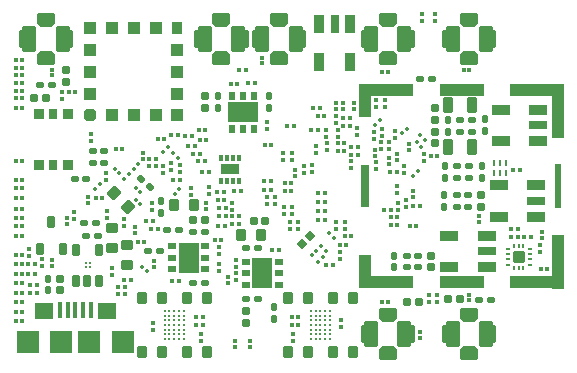
<source format=gtp>
G04*
G04 #@! TF.GenerationSoftware,Altium Limited,Altium Designer,19.1.6 (110)*
G04*
G04 Layer_Color=8421504*
%FSLAX44Y44*%
%MOMM*%
G71*
G01*
G75*
%ADD17R,0.3000X0.6000*%
%ADD18R,1.6000X0.9500*%
G04:AMPARAMS|DCode=19|XSize=1mm|YSize=1mm|CornerRadius=0.25mm|HoleSize=0mm|Usage=FLASHONLY|Rotation=270.000|XOffset=0mm|YOffset=0mm|HoleType=Round|Shape=RoundedRectangle|*
%AMROUNDEDRECTD19*
21,1,1.0000,0.5000,0,0,270.0*
21,1,0.5000,1.0000,0,0,270.0*
1,1,0.5000,-0.2500,-0.2500*
1,1,0.5000,-0.2500,0.2500*
1,1,0.5000,0.2500,0.2500*
1,1,0.5000,0.2500,-0.2500*
%
%ADD19ROUNDEDRECTD19*%
%ADD20R,1.0000X1.0000*%
%ADD21R,1.0000X1.0000*%
%ADD22R,0.9500X1.0000*%
%ADD23R,0.4000X1.4000*%
%ADD24R,1.9000X1.9000*%
%ADD25R,1.6000X1.4000*%
G04:AMPARAMS|DCode=26|XSize=0.6mm|YSize=1mm|CornerRadius=0.075mm|HoleSize=0mm|Usage=FLASHONLY|Rotation=0.000|XOffset=0mm|YOffset=0mm|HoleType=Round|Shape=RoundedRectangle|*
%AMROUNDEDRECTD26*
21,1,0.6000,0.8500,0,0,0.0*
21,1,0.4500,1.0000,0,0,0.0*
1,1,0.1500,0.2250,-0.4250*
1,1,0.1500,-0.2250,-0.4250*
1,1,0.1500,-0.2250,0.4250*
1,1,0.1500,0.2250,0.4250*
%
%ADD26ROUNDEDRECTD26*%
%ADD27C,0.2000*%
%ADD28R,1.0000X4.5500*%
%ADD29R,3.8000X1.0000*%
%ADD30R,4.5500X1.0000*%
%ADD31R,1.0000X2.5000*%
%ADD32R,0.8000X3.6000*%
%ADD33R,0.5000X3.8000*%
%ADD34R,0.9000X1.6500*%
%ADD35R,0.7600X1.6500*%
%ADD36R,1.7000X2.5000*%
%ADD37R,0.7000X0.5000*%
%ADD38R,0.3000X0.3100*%
G04:AMPARAMS|DCode=39|XSize=0.5mm|YSize=0.6mm|CornerRadius=0.05mm|HoleSize=0mm|Usage=FLASHONLY|Rotation=90.000|XOffset=0mm|YOffset=0mm|HoleType=Round|Shape=RoundedRectangle|*
%AMROUNDEDRECTD39*
21,1,0.5000,0.5000,0,0,90.0*
21,1,0.4000,0.6000,0,0,90.0*
1,1,0.1000,0.2500,0.2000*
1,1,0.1000,0.2500,-0.2000*
1,1,0.1000,-0.2500,-0.2000*
1,1,0.1000,-0.2500,0.2000*
%
%ADD39ROUNDEDRECTD39*%
%ADD40R,0.3500X0.3000*%
%ADD41R,0.9500X0.9500*%
%ADD42R,0.8000X0.9500*%
G04:AMPARAMS|DCode=43|XSize=1mm|YSize=1.55mm|CornerRadius=0.125mm|HoleSize=0mm|Usage=FLASHONLY|Rotation=90.000|XOffset=0mm|YOffset=0mm|HoleType=Round|Shape=RoundedRectangle|*
%AMROUNDEDRECTD43*
21,1,1.0000,1.3000,0,0,90.0*
21,1,0.7500,1.5500,0,0,90.0*
1,1,0.2500,0.6500,0.3750*
1,1,0.2500,0.6500,-0.3750*
1,1,0.2500,-0.6500,-0.3750*
1,1,0.2500,-0.6500,0.3750*
%
%ADD43ROUNDEDRECTD43*%
G04:AMPARAMS|DCode=44|XSize=1.2mm|YSize=1.6mm|CornerRadius=0.15mm|HoleSize=0mm|Usage=FLASHONLY|Rotation=180.000|XOffset=0mm|YOffset=0mm|HoleType=Round|Shape=RoundedRectangle|*
%AMROUNDEDRECTD44*
21,1,1.2000,1.3000,0,0,180.0*
21,1,0.9000,1.6000,0,0,180.0*
1,1,0.3000,-0.4500,0.6500*
1,1,0.3000,0.4500,0.6500*
1,1,0.3000,0.4500,-0.6500*
1,1,0.3000,-0.4500,-0.6500*
%
%ADD44ROUNDEDRECTD44*%
G04:AMPARAMS|DCode=45|XSize=1.2mm|YSize=1.2mm|CornerRadius=0.15mm|HoleSize=0mm|Usage=FLASHONLY|Rotation=0.000|XOffset=0mm|YOffset=0mm|HoleType=Round|Shape=RoundedRectangle|*
%AMROUNDEDRECTD45*
21,1,1.2000,0.9000,0,0,0.0*
21,1,0.9000,1.2000,0,0,0.0*
1,1,0.3000,0.4500,-0.4500*
1,1,0.3000,-0.4500,-0.4500*
1,1,0.3000,-0.4500,0.4500*
1,1,0.3000,0.4500,0.4500*
%
%ADD45ROUNDEDRECTD45*%
G04:AMPARAMS|DCode=46|XSize=1.2mm|YSize=2.15mm|CornerRadius=0.15mm|HoleSize=0mm|Usage=FLASHONLY|Rotation=180.000|XOffset=0mm|YOffset=0mm|HoleType=Round|Shape=RoundedRectangle|*
%AMROUNDEDRECTD46*
21,1,1.2000,1.8500,0,0,180.0*
21,1,0.9000,2.1500,0,0,180.0*
1,1,0.3000,-0.4500,0.9250*
1,1,0.3000,0.4500,0.9250*
1,1,0.3000,0.4500,-0.9250*
1,1,0.3000,-0.4500,-0.9250*
%
%ADD46ROUNDEDRECTD46*%
G04:AMPARAMS|DCode=47|XSize=0.6mm|YSize=0.6mm|CornerRadius=0.06mm|HoleSize=0mm|Usage=FLASHONLY|Rotation=0.000|XOffset=0mm|YOffset=0mm|HoleType=Round|Shape=RoundedRectangle|*
%AMROUNDEDRECTD47*
21,1,0.6000,0.4800,0,0,0.0*
21,1,0.4800,0.6000,0,0,0.0*
1,1,0.1200,0.2400,-0.2400*
1,1,0.1200,-0.2400,-0.2400*
1,1,0.1200,-0.2400,0.2400*
1,1,0.1200,0.2400,0.2400*
%
%ADD47ROUNDEDRECTD47*%
%ADD48R,0.3000X0.3500*%
G04:AMPARAMS|DCode=49|XSize=1.3mm|YSize=0.8mm|CornerRadius=0.1mm|HoleSize=0mm|Usage=FLASHONLY|Rotation=90.000|XOffset=0mm|YOffset=0mm|HoleType=Round|Shape=RoundedRectangle|*
%AMROUNDEDRECTD49*
21,1,1.3000,0.6000,0,0,90.0*
21,1,1.1000,0.8000,0,0,90.0*
1,1,0.2000,0.3000,0.5500*
1,1,0.2000,0.3000,-0.5500*
1,1,0.2000,-0.3000,-0.5500*
1,1,0.2000,-0.3000,0.5500*
%
%ADD49ROUNDEDRECTD49*%
G04:AMPARAMS|DCode=50|XSize=0.3mm|YSize=0.35mm|CornerRadius=0mm|HoleSize=0mm|Usage=FLASHONLY|Rotation=45.000|XOffset=0mm|YOffset=0mm|HoleType=Round|Shape=Rectangle|*
%AMROTATEDRECTD50*
4,1,4,0.0177,-0.2298,-0.2298,0.0177,-0.0177,0.2298,0.2298,-0.0177,0.0177,-0.2298,0.0*
%
%ADD50ROTATEDRECTD50*%

G04:AMPARAMS|DCode=51|XSize=0.6mm|YSize=0.6mm|CornerRadius=0.06mm|HoleSize=0mm|Usage=FLASHONLY|Rotation=270.000|XOffset=0mm|YOffset=0mm|HoleType=Round|Shape=RoundedRectangle|*
%AMROUNDEDRECTD51*
21,1,0.6000,0.4800,0,0,270.0*
21,1,0.4800,0.6000,0,0,270.0*
1,1,0.1200,-0.2400,-0.2400*
1,1,0.1200,-0.2400,0.2400*
1,1,0.1200,0.2400,0.2400*
1,1,0.1200,0.2400,-0.2400*
%
%ADD51ROUNDEDRECTD51*%
G04:AMPARAMS|DCode=52|XSize=1mm|YSize=0.9mm|CornerRadius=0.1125mm|HoleSize=0mm|Usage=FLASHONLY|Rotation=270.000|XOffset=0mm|YOffset=0mm|HoleType=Round|Shape=RoundedRectangle|*
%AMROUNDEDRECTD52*
21,1,1.0000,0.6750,0,0,270.0*
21,1,0.7750,0.9000,0,0,270.0*
1,1,0.2250,-0.3375,-0.3875*
1,1,0.2250,-0.3375,0.3875*
1,1,0.2250,0.3375,0.3875*
1,1,0.2250,0.3375,-0.3875*
%
%ADD52ROUNDEDRECTD52*%
G04:AMPARAMS|DCode=53|XSize=1mm|YSize=0.9mm|CornerRadius=0.1125mm|HoleSize=0mm|Usage=FLASHONLY|Rotation=180.000|XOffset=0mm|YOffset=0mm|HoleType=Round|Shape=RoundedRectangle|*
%AMROUNDEDRECTD53*
21,1,1.0000,0.6750,0,0,180.0*
21,1,0.7750,0.9000,0,0,180.0*
1,1,0.2250,-0.3875,0.3375*
1,1,0.2250,0.3875,0.3375*
1,1,0.2250,0.3875,-0.3375*
1,1,0.2250,-0.3875,-0.3375*
%
%ADD53ROUNDEDRECTD53*%
G04:AMPARAMS|DCode=54|XSize=1mm|YSize=0.9mm|CornerRadius=0.1125mm|HoleSize=0mm|Usage=FLASHONLY|Rotation=45.000|XOffset=0mm|YOffset=0mm|HoleType=Round|Shape=RoundedRectangle|*
%AMROUNDEDRECTD54*
21,1,1.0000,0.6750,0,0,45.0*
21,1,0.7750,0.9000,0,0,45.0*
1,1,0.2250,0.5127,0.0354*
1,1,0.2250,-0.0354,-0.5127*
1,1,0.2250,-0.5127,-0.0354*
1,1,0.2250,0.0354,0.5127*
%
%ADD54ROUNDEDRECTD54*%
G04:AMPARAMS|DCode=55|XSize=0.5mm|YSize=0.6mm|CornerRadius=0.05mm|HoleSize=0mm|Usage=FLASHONLY|Rotation=180.000|XOffset=0mm|YOffset=0mm|HoleType=Round|Shape=RoundedRectangle|*
%AMROUNDEDRECTD55*
21,1,0.5000,0.5000,0,0,180.0*
21,1,0.4000,0.6000,0,0,180.0*
1,1,0.1000,-0.2000,0.2500*
1,1,0.1000,0.2000,0.2500*
1,1,0.1000,0.2000,-0.2500*
1,1,0.1000,-0.2000,-0.2500*
%
%ADD55ROUNDEDRECTD55*%
G04:AMPARAMS|DCode=56|XSize=0.3mm|YSize=0.35mm|CornerRadius=0mm|HoleSize=0mm|Usage=FLASHONLY|Rotation=315.000|XOffset=0mm|YOffset=0mm|HoleType=Round|Shape=Rectangle|*
%AMROTATEDRECTD56*
4,1,4,-0.2298,-0.0177,0.0177,0.2298,0.2298,0.0177,-0.0177,-0.2298,-0.2298,-0.0177,0.0*
%
%ADD56ROTATEDRECTD56*%

%ADD57R,0.5000X0.7000*%
%ADD58R,2.5000X1.7000*%
%ADD59R,1.6500X0.9000*%
%ADD60R,1.6500X0.7600*%
%ADD61R,0.3100X0.3000*%
G04:AMPARAMS|DCode=62|XSize=1mm|YSize=1mm|CornerRadius=0.15mm|HoleSize=0mm|Usage=FLASHONLY|Rotation=180.000|XOffset=0mm|YOffset=0mm|HoleType=Round|Shape=RoundedRectangle|*
%AMROUNDEDRECTD62*
21,1,1.0000,0.7000,0,0,180.0*
21,1,0.7000,1.0000,0,0,180.0*
1,1,0.3000,-0.3500,0.3500*
1,1,0.3000,0.3500,0.3500*
1,1,0.3000,0.3500,-0.3500*
1,1,0.3000,-0.3500,-0.3500*
%
%ADD62ROUNDEDRECTD62*%
%ADD63R,0.2000X0.3950*%
%ADD64R,0.3950X0.2000*%
G04:AMPARAMS|DCode=65|XSize=0.25mm|YSize=0.55mm|CornerRadius=0.0625mm|HoleSize=0mm|Usage=FLASHONLY|Rotation=0.000|XOffset=0mm|YOffset=0mm|HoleType=Round|Shape=RoundedRectangle|*
%AMROUNDEDRECTD65*
21,1,0.2500,0.4250,0,0,0.0*
21,1,0.1250,0.5500,0,0,0.0*
1,1,0.1250,0.0625,-0.2125*
1,1,0.1250,-0.0625,-0.2125*
1,1,0.1250,-0.0625,0.2125*
1,1,0.1250,0.0625,0.2125*
%
%ADD65ROUNDEDRECTD65*%
G04:AMPARAMS|DCode=66|XSize=0.6mm|YSize=0.6mm|CornerRadius=0.06mm|HoleSize=0mm|Usage=FLASHONLY|Rotation=135.000|XOffset=0mm|YOffset=0mm|HoleType=Round|Shape=RoundedRectangle|*
%AMROUNDEDRECTD66*
21,1,0.6000,0.4800,0,0,135.0*
21,1,0.4800,0.6000,0,0,135.0*
1,1,0.1200,0.0000,0.3394*
1,1,0.1200,0.3394,0.0000*
1,1,0.1200,0.0000,-0.3394*
1,1,0.1200,-0.3394,0.0000*
%
%ADD66ROUNDEDRECTD66*%
G04:AMPARAMS|DCode=67|XSize=0.5mm|YSize=0.6mm|CornerRadius=0.05mm|HoleSize=0mm|Usage=FLASHONLY|Rotation=45.000|XOffset=0mm|YOffset=0mm|HoleType=Round|Shape=RoundedRectangle|*
%AMROUNDEDRECTD67*
21,1,0.5000,0.5000,0,0,45.0*
21,1,0.4000,0.6000,0,0,45.0*
1,1,0.1000,0.3182,-0.0354*
1,1,0.1000,0.0354,-0.3182*
1,1,0.1000,-0.3182,0.0354*
1,1,0.1000,-0.0354,0.3182*
%
%ADD67ROUNDEDRECTD67*%
D17*
X190750Y153000D02*
D03*
X185750D02*
D03*
X180750D02*
D03*
X175750D02*
D03*
Y172500D02*
D03*
X180750D02*
D03*
X185750D02*
D03*
X190750D02*
D03*
D18*
X183250Y162750D02*
D03*
D19*
X64500Y208500D02*
D03*
D20*
X101500D02*
D03*
X83000D02*
D03*
X120000D02*
D03*
X138500D02*
D03*
X120000Y282500D02*
D03*
X101500D02*
D03*
X83000D02*
D03*
X64500D02*
D03*
D21*
X138500Y227000D02*
D03*
Y245500D02*
D03*
Y264000D02*
D03*
X64500D02*
D03*
Y245500D02*
D03*
Y227000D02*
D03*
D22*
X138500Y282500D02*
D03*
D23*
X39000Y43500D02*
D03*
X58500D02*
D03*
X65000D02*
D03*
X52000D02*
D03*
X45500D02*
D03*
D24*
X40000Y17000D02*
D03*
X12000D02*
D03*
X92000D02*
D03*
X64000D02*
D03*
D25*
X78670Y43140D02*
D03*
X25330D02*
D03*
D26*
X52750Y94625D02*
D03*
X71750Y68625D02*
D03*
X62250D02*
D03*
X52750D02*
D03*
X71750Y94625D02*
D03*
X31750Y118000D02*
D03*
X41250Y95000D02*
D03*
X22250D02*
D03*
D27*
X64250Y83375D02*
D03*
Y79875D02*
D03*
X60750Y83375D02*
D03*
Y79875D02*
D03*
X143750Y43000D02*
D03*
X127750Y19000D02*
D03*
X131750Y19000D02*
D03*
X135750Y19000D02*
D03*
X139750Y19000D02*
D03*
X143750D02*
D03*
X135750Y43000D02*
D03*
X139750D02*
D03*
X127750Y35000D02*
D03*
X131750D02*
D03*
X135750D02*
D03*
X139750D02*
D03*
X143750D02*
D03*
X127750Y43000D02*
D03*
X127750Y39000D02*
D03*
X131750D02*
D03*
X135750D02*
D03*
X139750D02*
D03*
X143750D02*
D03*
X127750Y23000D02*
D03*
X131750D02*
D03*
X135750D02*
D03*
X131750Y43000D02*
D03*
X139750Y23000D02*
D03*
X143750D02*
D03*
Y31000D02*
D03*
X139750D02*
D03*
X135750D02*
D03*
X131750Y31000D02*
D03*
X127750Y31000D02*
D03*
X143750Y27000D02*
D03*
X139750Y27000D02*
D03*
X135750Y27000D02*
D03*
X131750D02*
D03*
X127750D02*
D03*
X251500Y19000D02*
D03*
X267500Y43000D02*
D03*
X263500D02*
D03*
X259500D02*
D03*
X255500D02*
D03*
X251500D02*
D03*
X259500Y19000D02*
D03*
X255500D02*
D03*
X267500Y27000D02*
D03*
X263500D02*
D03*
X259500D02*
D03*
X255500D02*
D03*
X251500D02*
D03*
X267500Y19000D02*
D03*
Y23000D02*
D03*
X263500D02*
D03*
X259500D02*
D03*
X255500D02*
D03*
X251500D02*
D03*
X267500Y39000D02*
D03*
X263500D02*
D03*
X259500D02*
D03*
X263500Y19000D02*
D03*
X255500Y39000D02*
D03*
X251500D02*
D03*
Y31000D02*
D03*
X255500D02*
D03*
X259500D02*
D03*
X263500D02*
D03*
X267500D02*
D03*
X251500Y35000D02*
D03*
X255500D02*
D03*
X259500D02*
D03*
X263500D02*
D03*
X267500D02*
D03*
D28*
X460592Y84750D02*
D03*
Y212250D02*
D03*
D29*
X379092Y67000D02*
D03*
Y230000D02*
D03*
D30*
X442842Y67000D02*
D03*
X315342D02*
D03*
X442842Y230000D02*
D03*
X315342D02*
D03*
D31*
X297592Y77250D02*
D03*
Y219750D02*
D03*
D32*
Y148500D02*
D03*
D33*
X460592D02*
D03*
D34*
X258050Y253850D02*
D03*
X284950D02*
D03*
Y285650D02*
D03*
X258050D02*
D03*
D35*
X271500D02*
D03*
D36*
X148000Y88000D02*
D03*
X210500Y74750D02*
D03*
D37*
X162000Y97500D02*
D03*
Y88000D02*
D03*
Y78500D02*
D03*
X134000D02*
D03*
Y88000D02*
D03*
Y97500D02*
D03*
X224500Y65250D02*
D03*
Y74750D02*
D03*
Y84250D02*
D03*
X196500D02*
D03*
Y74750D02*
D03*
Y65250D02*
D03*
D38*
X32500Y242250D02*
D03*
Y246750D02*
D03*
X210000Y257250D02*
D03*
Y252750D02*
D03*
X385750Y56750D02*
D03*
Y52250D02*
D03*
D39*
X66750Y178250D02*
D03*
X76750D02*
D03*
X59750Y117250D02*
D03*
X69750D02*
D03*
X76750Y168250D02*
D03*
X66750D02*
D03*
X114000Y93500D02*
D03*
X124000D02*
D03*
X130000Y111250D02*
D03*
X140000D02*
D03*
X51500Y154500D02*
D03*
X61500D02*
D03*
X354250Y239500D02*
D03*
X344250D02*
D03*
X404000Y52250D02*
D03*
X394000D02*
D03*
X32500Y234250D02*
D03*
X22500D02*
D03*
X61500Y106000D02*
D03*
X71500D02*
D03*
X162000Y66354D02*
D03*
X152000D02*
D03*
X162000Y109495D02*
D03*
X152000D02*
D03*
X388000Y204750D02*
D03*
X378000D02*
D03*
X384879Y141000D02*
D03*
X374879Y141000D02*
D03*
X384879Y131000D02*
D03*
X374879D02*
D03*
X342500Y89750D02*
D03*
X332500D02*
D03*
X342500Y79750D02*
D03*
X332500D02*
D03*
X385479Y155750D02*
D03*
X375479Y155750D02*
D03*
X385479Y165750D02*
D03*
X375479Y165750D02*
D03*
X387750Y194750D02*
D03*
X377750D02*
D03*
X196464Y96360D02*
D03*
X206464D02*
D03*
X196500Y53255D02*
D03*
X206500D02*
D03*
D40*
X200250Y17550D02*
D03*
Y11950D02*
D03*
X237850Y162381D02*
D03*
Y156781D02*
D03*
X40500Y228300D02*
D03*
Y222700D02*
D03*
X356750Y294050D02*
D03*
Y288450D02*
D03*
X181500Y66200D02*
D03*
Y71800D02*
D03*
X345250Y294050D02*
D03*
Y288450D02*
D03*
X343750Y25300D02*
D03*
Y19700D02*
D03*
X12750Y89450D02*
D03*
Y95050D02*
D03*
X32250Y86300D02*
D03*
Y80700D02*
D03*
X188000Y74646D02*
D03*
Y69046D02*
D03*
X358500Y56300D02*
D03*
Y50700D02*
D03*
X351750Y56300D02*
D03*
Y50700D02*
D03*
X24250Y81200D02*
D03*
Y86800D02*
D03*
X173750Y91104D02*
D03*
Y96704D02*
D03*
Y76754D02*
D03*
Y82354D02*
D03*
X188000Y85746D02*
D03*
Y80146D02*
D03*
X187500Y17550D02*
D03*
Y11950D02*
D03*
X116950Y134350D02*
D03*
Y128750D02*
D03*
X118500Y79950D02*
D03*
Y85550D02*
D03*
X149750Y141200D02*
D03*
Y146800D02*
D03*
X93250Y115200D02*
D03*
Y120800D02*
D03*
X126500Y165600D02*
D03*
Y160000D02*
D03*
X79000Y121700D02*
D03*
Y127300D02*
D03*
X102750Y108700D02*
D03*
Y114300D02*
D03*
X62750Y139550D02*
D03*
Y133950D02*
D03*
X78250Y153700D02*
D03*
Y159300D02*
D03*
X118000Y32600D02*
D03*
Y27000D02*
D03*
X277250Y29400D02*
D03*
Y35000D02*
D03*
X165000Y147900D02*
D03*
Y142300D02*
D03*
X94464Y57414D02*
D03*
Y63014D02*
D03*
X88000Y57414D02*
D03*
Y63014D02*
D03*
X252705Y166145D02*
D03*
Y160545D02*
D03*
X51250Y120700D02*
D03*
Y126300D02*
D03*
X83300Y78900D02*
D03*
Y73300D02*
D03*
X185000Y134050D02*
D03*
Y128450D02*
D03*
X162950Y128950D02*
D03*
Y134550D02*
D03*
X65500Y186786D02*
D03*
Y192386D02*
D03*
X306500Y168800D02*
D03*
Y163200D02*
D03*
X109250Y171200D02*
D03*
Y176800D02*
D03*
X255750Y182300D02*
D03*
Y176700D02*
D03*
X214205Y197000D02*
D03*
X214205Y202600D02*
D03*
X447250Y104550D02*
D03*
Y110150D02*
D03*
X445500Y93200D02*
D03*
X445500Y98800D02*
D03*
X158629Y23121D02*
D03*
Y17521D02*
D03*
X288000Y213750D02*
D03*
Y219350D02*
D03*
X280250Y117800D02*
D03*
Y112200D02*
D03*
X236500Y17400D02*
D03*
Y23000D02*
D03*
X45000Y116200D02*
D03*
Y121800D02*
D03*
X133000Y167850D02*
D03*
Y162250D02*
D03*
X140750Y166050D02*
D03*
Y160450D02*
D03*
X393750Y117950D02*
D03*
Y123550D02*
D03*
X311500Y191200D02*
D03*
Y196800D02*
D03*
X311000Y185800D02*
D03*
Y180200D02*
D03*
X272500Y201950D02*
D03*
Y207550D02*
D03*
Y219300D02*
D03*
Y213700D02*
D03*
X276015Y92500D02*
D03*
Y86900D02*
D03*
X338200Y144800D02*
D03*
Y139200D02*
D03*
X279095Y213750D02*
D03*
Y219350D02*
D03*
X314250Y215950D02*
D03*
Y221550D02*
D03*
X285500Y169550D02*
D03*
Y163950D02*
D03*
X272750Y112200D02*
D03*
Y117800D02*
D03*
X324593Y148500D02*
D03*
Y142900D02*
D03*
X317724Y172700D02*
D03*
Y167100D02*
D03*
X305500Y173950D02*
D03*
Y179550D02*
D03*
X317500Y185800D02*
D03*
Y180200D02*
D03*
X290500Y197550D02*
D03*
Y191950D02*
D03*
X304950Y188811D02*
D03*
Y194411D02*
D03*
X274250Y195800D02*
D03*
Y190200D02*
D03*
X240250Y118170D02*
D03*
Y112570D02*
D03*
X233750Y118170D02*
D03*
Y112570D02*
D03*
X214750Y133400D02*
D03*
Y139000D02*
D03*
X221301Y133400D02*
D03*
Y139000D02*
D03*
X228750Y125306D02*
D03*
Y130906D02*
D03*
X235750Y125306D02*
D03*
Y130906D02*
D03*
X331750Y136800D02*
D03*
Y131200D02*
D03*
X324224Y170350D02*
D03*
Y175950D02*
D03*
X347250Y170200D02*
D03*
Y175800D02*
D03*
X325000Y128700D02*
D03*
Y134300D02*
D03*
X307000Y221550D02*
D03*
Y215950D02*
D03*
X323000Y195050D02*
D03*
Y189450D02*
D03*
X334750Y178950D02*
D03*
Y184550D02*
D03*
X235644Y176295D02*
D03*
Y170695D02*
D03*
X228305Y176295D02*
D03*
Y170695D02*
D03*
X330224Y165450D02*
D03*
Y159850D02*
D03*
X263974Y190350D02*
D03*
Y195950D02*
D03*
X265245Y179405D02*
D03*
Y185005D02*
D03*
X246000Y165300D02*
D03*
Y159700D02*
D03*
D41*
X46000Y209750D02*
D03*
X21000D02*
D03*
Y166250D02*
D03*
X46000D02*
D03*
D42*
X33500Y209750D02*
D03*
Y166250D02*
D03*
D43*
X224500Y256000D02*
D03*
Y290000D02*
D03*
X175750Y290000D02*
D03*
Y256000D02*
D03*
X27250Y290250D02*
D03*
Y256250D02*
D03*
X316500Y6500D02*
D03*
Y40500D02*
D03*
X385500Y290250D02*
D03*
Y256250D02*
D03*
X385500Y6500D02*
D03*
Y40500D02*
D03*
X316500Y290250D02*
D03*
Y256250D02*
D03*
D44*
X241500Y273000D02*
D03*
X207500D02*
D03*
X158750Y273000D02*
D03*
X192750D02*
D03*
X10250Y273250D02*
D03*
X44250D02*
D03*
X333500Y23500D02*
D03*
X299500D02*
D03*
X368500Y273250D02*
D03*
X402500D02*
D03*
X402500Y23500D02*
D03*
X368500D02*
D03*
X299500Y273250D02*
D03*
X333500D02*
D03*
D45*
X224500Y289000D02*
D03*
Y257000D02*
D03*
X175750Y257000D02*
D03*
Y289000D02*
D03*
X27250Y257250D02*
D03*
Y289250D02*
D03*
X316500Y39500D02*
D03*
Y7500D02*
D03*
X385500Y257250D02*
D03*
Y289250D02*
D03*
X385500Y39500D02*
D03*
Y7500D02*
D03*
X316500Y257250D02*
D03*
Y289250D02*
D03*
D46*
X210500Y273000D02*
D03*
X238500D02*
D03*
X189750Y273000D02*
D03*
X161750D02*
D03*
X41250Y273250D02*
D03*
X13250D02*
D03*
X302500Y23500D02*
D03*
X330500D02*
D03*
X399500Y273250D02*
D03*
X371500D02*
D03*
X371500Y23500D02*
D03*
X399500D02*
D03*
X330500Y273250D02*
D03*
X302500D02*
D03*
D47*
X44000Y246750D02*
D03*
Y236750D02*
D03*
X162005Y215000D02*
D03*
Y225000D02*
D03*
X356750Y194750D02*
D03*
Y184750D02*
D03*
Y204750D02*
D03*
Y214750D02*
D03*
X395879Y141000D02*
D03*
Y131000D02*
D03*
X353500Y79750D02*
D03*
Y89750D02*
D03*
X39000Y70250D02*
D03*
Y60250D02*
D03*
X196500Y42755D02*
D03*
Y32755D02*
D03*
D48*
X7050Y242500D02*
D03*
X1450D02*
D03*
X7024Y153468D02*
D03*
X1424D02*
D03*
X258800Y214750D02*
D03*
X253200D02*
D03*
X7050Y249000D02*
D03*
X1450D02*
D03*
X159440Y160296D02*
D03*
X165040D02*
D03*
X1450Y170250D02*
D03*
X7050D02*
D03*
X172200Y143778D02*
D03*
X177800D02*
D03*
X192300Y144250D02*
D03*
X186700D02*
D03*
X93200Y69500D02*
D03*
X98800D02*
D03*
X7050Y34497D02*
D03*
X1450D02*
D03*
X189146Y235250D02*
D03*
X183546D02*
D03*
X204246Y235500D02*
D03*
X198646D02*
D03*
X218050Y183750D02*
D03*
X212450D02*
D03*
X236800Y199567D02*
D03*
X231200D02*
D03*
X91800Y180250D02*
D03*
X86200D02*
D03*
X120267Y171750D02*
D03*
X114667D02*
D03*
X120267Y165250D02*
D03*
X114667D02*
D03*
X121650Y188500D02*
D03*
X127250D02*
D03*
X117800Y118750D02*
D03*
X112200D02*
D03*
X104700Y101500D02*
D03*
X110300D02*
D03*
X135150Y153750D02*
D03*
X140750D02*
D03*
X116200Y112250D02*
D03*
X121800D02*
D03*
X1450Y229500D02*
D03*
X7050D02*
D03*
X173700Y130000D02*
D03*
X179300D02*
D03*
X190550Y123000D02*
D03*
X184950D02*
D03*
X234800Y144750D02*
D03*
X229200D02*
D03*
X262800Y208250D02*
D03*
X257200D02*
D03*
X178300Y137000D02*
D03*
X172700D02*
D03*
X173200Y115000D02*
D03*
X178800D02*
D03*
X179300Y123000D02*
D03*
X173700D02*
D03*
X184950Y116500D02*
D03*
X190550D02*
D03*
X190950Y246500D02*
D03*
X196550D02*
D03*
X169950Y102750D02*
D03*
X175550D02*
D03*
X133200Y192250D02*
D03*
X138800D02*
D03*
X52050Y228000D02*
D03*
X46450D02*
D03*
X234800Y151250D02*
D03*
X229200D02*
D03*
X426800Y112250D02*
D03*
X421200D02*
D03*
X7050Y129389D02*
D03*
X1450D02*
D03*
X7050Y121500D02*
D03*
X1450D02*
D03*
X7050Y42276D02*
D03*
X1450D02*
D03*
X7050Y50718D02*
D03*
X1450D02*
D03*
X7050Y58276D02*
D03*
X1450D02*
D03*
X7050Y66718D02*
D03*
X1450D02*
D03*
X7050Y74276D02*
D03*
X1450D02*
D03*
X7050Y82718D02*
D03*
X1450D02*
D03*
X7043Y90497D02*
D03*
X1443D02*
D03*
X224500Y94455D02*
D03*
X218900Y94455D02*
D03*
X134000Y68045D02*
D03*
X139600D02*
D03*
X422950Y162250D02*
D03*
X428550D02*
D03*
X445950Y78750D02*
D03*
X451550D02*
D03*
X437800Y105250D02*
D03*
X432200Y105250D02*
D03*
X421200Y105250D02*
D03*
X426800Y105250D02*
D03*
X154500Y31000D02*
D03*
X160100Y31000D02*
D03*
X154500Y37750D02*
D03*
X160100D02*
D03*
X280265Y106750D02*
D03*
X285865D02*
D03*
X235150Y37750D02*
D03*
X240750D02*
D03*
X235150Y31000D02*
D03*
X240750D02*
D03*
X1450Y255500D02*
D03*
X7050D02*
D03*
X1450Y235987D02*
D03*
X7050D02*
D03*
X69200Y138750D02*
D03*
X74800D02*
D03*
X162800Y187750D02*
D03*
X157200D02*
D03*
X162100Y196200D02*
D03*
X156500D02*
D03*
X144950Y190750D02*
D03*
X150550D02*
D03*
X147450Y182250D02*
D03*
X153050D02*
D03*
X161800Y169713D02*
D03*
X156200D02*
D03*
X1450Y146718D02*
D03*
X7050D02*
D03*
X1450Y138276D02*
D03*
X7050D02*
D03*
X12074Y82718D02*
D03*
X17673D02*
D03*
X12074Y74276D02*
D03*
X17673D02*
D03*
X7050Y114718D02*
D03*
X1450D02*
D03*
X7050Y106276D02*
D03*
X1450D02*
D03*
X19350Y64750D02*
D03*
X13750D02*
D03*
X19350Y58000D02*
D03*
X13750D02*
D03*
X7050Y222968D02*
D03*
X1450D02*
D03*
X7050Y214526D02*
D03*
X1450D02*
D03*
X157550Y175750D02*
D03*
X151950D02*
D03*
X269800Y81750D02*
D03*
X264200D02*
D03*
X279800Y178250D02*
D03*
X274200D02*
D03*
X324800Y115250D02*
D03*
X319200D02*
D03*
X319300Y128750D02*
D03*
X313700D02*
D03*
X352950Y174250D02*
D03*
X358550D02*
D03*
X257524Y195950D02*
D03*
X251924D02*
D03*
X324274Y160650D02*
D03*
X318674D02*
D03*
X343800Y132000D02*
D03*
X338200D02*
D03*
X281615Y98750D02*
D03*
X276015D02*
D03*
X211855Y145411D02*
D03*
X217455D02*
D03*
X211855Y152581D02*
D03*
X217455D02*
D03*
X319174Y122400D02*
D03*
X324774D02*
D03*
X284695Y206250D02*
D03*
X279095D02*
D03*
X284695Y199750D02*
D03*
X279095D02*
D03*
X340800Y115000D02*
D03*
X335200D02*
D03*
X279800Y184750D02*
D03*
X274200D02*
D03*
X291355Y175280D02*
D03*
X285755D02*
D03*
X291355Y181805D02*
D03*
X285755D02*
D03*
X263074Y135400D02*
D03*
X257474D02*
D03*
X263074Y143100D02*
D03*
X257474D02*
D03*
X263074Y120150D02*
D03*
X257474D02*
D03*
X263074Y127850D02*
D03*
X257474D02*
D03*
D49*
X387500Y217500D02*
D03*
X367500D02*
D03*
X387500Y182000D02*
D03*
X367500D02*
D03*
D50*
X73043Y150149D02*
D03*
X69083Y146189D02*
D03*
X93270Y155020D02*
D03*
X97230Y158980D02*
D03*
X105480Y166980D02*
D03*
X101520Y163020D02*
D03*
X139980Y145730D02*
D03*
X136020Y141770D02*
D03*
X126520Y177770D02*
D03*
X130480Y181730D02*
D03*
X255980Y93980D02*
D03*
X252020Y90020D02*
D03*
X305700Y200500D02*
D03*
X309660Y204460D02*
D03*
X328994Y193170D02*
D03*
X332954Y197130D02*
D03*
X261355Y88605D02*
D03*
X257395Y84645D02*
D03*
X342204Y161380D02*
D03*
X338244Y157420D02*
D03*
D51*
X377500Y52750D02*
D03*
X367500D02*
D03*
X332750Y50750D02*
D03*
X342750D02*
D03*
X17250Y223000D02*
D03*
X27250D02*
D03*
X152000Y119995D02*
D03*
X162000D02*
D03*
X213000Y119250D02*
D03*
X203000D02*
D03*
D52*
X135500Y132250D02*
D03*
X152500D02*
D03*
X108250Y7750D02*
D03*
X125250D02*
D03*
X163250Y54250D02*
D03*
X146250Y54250D02*
D03*
X108250Y54250D02*
D03*
X125250Y54250D02*
D03*
X146250Y7750D02*
D03*
X163250D02*
D03*
X249000Y54250D02*
D03*
X232000D02*
D03*
X270000Y7750D02*
D03*
X287000D02*
D03*
X270000Y54250D02*
D03*
X287000D02*
D03*
X249000Y7750D02*
D03*
X232000D02*
D03*
X209500Y107500D02*
D03*
X192500D02*
D03*
D53*
X95750Y98750D02*
D03*
Y81750D02*
D03*
X83250Y113500D02*
D03*
Y96500D02*
D03*
D54*
X96510Y130990D02*
D03*
X84490Y143010D02*
D03*
D55*
X125000Y136000D02*
D03*
Y126000D02*
D03*
X220250Y36000D02*
D03*
Y46000D02*
D03*
X215646Y225000D02*
D03*
Y215000D02*
D03*
X172505Y225000D02*
D03*
Y215000D02*
D03*
X364380Y141000D02*
D03*
Y131000D02*
D03*
X322000Y79750D02*
D03*
Y89750D02*
D03*
X364979Y165750D02*
D03*
Y155750D02*
D03*
X395979Y165750D02*
D03*
Y155750D02*
D03*
X28500Y70250D02*
D03*
Y60250D02*
D03*
X398500Y205000D02*
D03*
X398500Y195000D02*
D03*
X367250Y194750D02*
D03*
Y204750D02*
D03*
D56*
X89230Y159520D02*
D03*
X85270Y163480D02*
D03*
X103020Y147230D02*
D03*
X106980Y143270D02*
D03*
X107230Y133270D02*
D03*
X103270Y137230D02*
D03*
X112480Y76520D02*
D03*
X108520Y80480D02*
D03*
X135040Y176410D02*
D03*
X139000Y172450D02*
D03*
X344270Y191980D02*
D03*
X348230Y188020D02*
D03*
X263980Y94020D02*
D03*
X260020Y97980D02*
D03*
X344980Y182020D02*
D03*
X341020Y185980D02*
D03*
X271204Y104920D02*
D03*
X267244Y108880D02*
D03*
D57*
X184500Y197000D02*
D03*
X194000D02*
D03*
X203500D02*
D03*
Y225000D02*
D03*
X194000D02*
D03*
X184500D02*
D03*
D58*
X194000Y211000D02*
D03*
D59*
X400400Y106700D02*
D03*
Y79800D02*
D03*
X368600D02*
D03*
Y106700D02*
D03*
X444150Y213450D02*
D03*
Y186550D02*
D03*
X412350D02*
D03*
Y213450D02*
D03*
X410479Y149450D02*
D03*
Y122550D02*
D03*
X442279D02*
D03*
Y149450D02*
D03*
D60*
X400400Y93250D02*
D03*
X444150Y200000D02*
D03*
X442279Y136000D02*
D03*
D61*
X312000Y50750D02*
D03*
X316500D02*
D03*
X381000Y246500D02*
D03*
X385500D02*
D03*
X312000Y245250D02*
D03*
X316500D02*
D03*
D62*
X427500Y88750D02*
D03*
D63*
X431500Y79225D02*
D03*
X427500D02*
D03*
X423500D02*
D03*
Y98275D02*
D03*
X427500D02*
D03*
X431500D02*
D03*
D64*
X417975Y82000D02*
D03*
Y86500D02*
D03*
Y91000D02*
D03*
Y95500D02*
D03*
X437025D02*
D03*
Y91000D02*
D03*
Y86500D02*
D03*
Y82000D02*
D03*
D65*
X411500Y159750D02*
D03*
X416500D02*
D03*
X411500Y168250D02*
D03*
X416500D02*
D03*
X406500D02*
D03*
Y159750D02*
D03*
D66*
X251000Y106750D02*
D03*
X243929Y99679D02*
D03*
D67*
X115035Y147964D02*
D03*
X107964Y155035D02*
D03*
M02*

</source>
